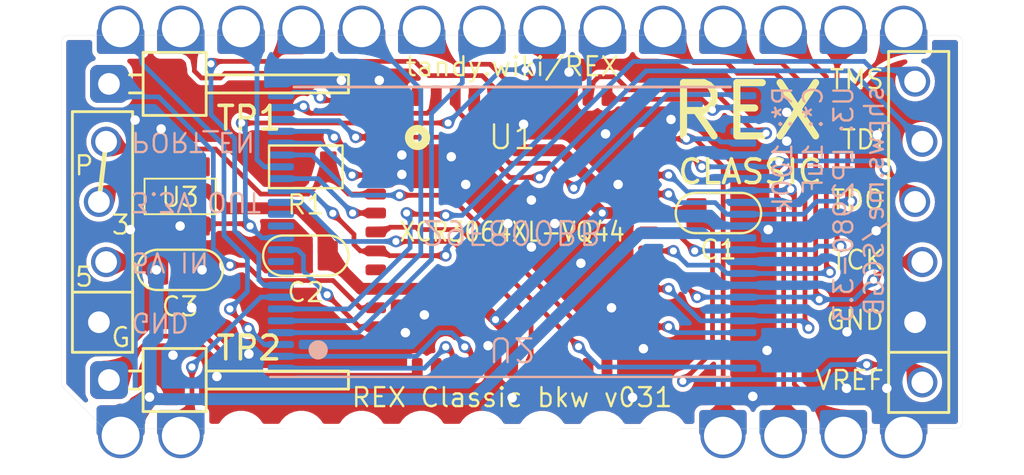
<source format=kicad_pcb>
(kicad_pcb (version 20240108) (generator "pcbnew") (generator_version "8.0")
  (title_block (title "REX Classic bkw") (date "2024-03-23") (rev "031") (company "Brian K. White - b.kenyon.w@gmail.com") (comment 1 "Original design: Steve Adolph"))
  (layers (0 "F.Cu" signal "Top") (31 "B.Cu" signal "Bottom") (34 "B.Paste" user) (35 "F.Paste" user) (36 "B.SilkS" user "B.Silkscreen") (37 "F.SilkS" user "F.Silkscreen") (38 "B.Mask" user) (39 "F.Mask" user) (44 "Edge.Cuts" user))
  (net 0 "")
  (net 1 "GND")
  (net 2 "+3V3")
  (net 3 "/D1{slash}TDO")
  (net 4 "/D6{slash}TCK")
  (net 5 "/A4{slash}TDI")
  (net 6 "/A19{slash}TMS")
  (net 7 "/A5")
  (net 8 "/A6")
  (net 9 "/A18")
  (net 10 "/A17")
  (net 11 "/A8")
  (net 12 "/A16")
  (net 13 "/A9")
  (net 14 "/A10")
  (net 15 "/A11")
  (net 16 "/A12")
  (net 17 "/A13")
  (net 18 "/A14")
  (net 19 "/A15")
  (net 20 "/RY{slash}~{BY}")
  (net 21 "/PORT_EN")
  (net 22 "/~{WE_FLASH}")
  (net 23 "/D2")
  (net 24 "/D0")
  (net 25 "/D7")
  (net 26 "/D5")
  (net 27 "/D4")
  (net 28 "/D3")
  (net 29 "/A7")
  (net 30 "/A0")
  (net 31 "/~{CE_FLASH}")
  (net 32 "/~{CS_BUS}")
  (net 33 "/~{OE_BUS}")
  (net 34 "+5V")
  (net 35 "/~{OE_FLASH}")
  (net 36 "/A1")
  (net 37 "/A3")
  (net 38 "/A2")
  (net 39 "/TP1")
  (net 40 "/TP2")
  (net 47 "/ALE_BUS")
  (footprint "000_LOCAL:VQFP44" (layer "F.Cu") (at 137.2184 99.187)
    (property "Reference" "U1")
    (property "Value" "XCR3064XL-VQ44" (hide yes))
  )
  (footprint "000_LOCAL:R_0805" (layer "F.Cu") (at 128.5184 96.437 180)
    (property "Reference" "R1")
    (property "Value" "100k")
  )
  (footprint "000_LOCAL:C_0805" (layer "F.Cu") (at 145.9184 98.387)
    (property "Reference" "C1")
    (property "Value" "1uF")
  )
  (footprint "000_LOCAL:1x6_pcb_socket" (layer "F.Cu") (at 154.3634 99.187 90)
    (property "Reference" "J2")
    (property "Value" "JTAG")
  )
  (footprint "000_LOCAL:1x1_pin_h" (layer "F.Cu") (at 120.2184 92.937)
    (property "Reference" "TP1")
    (property "Value" "PINHD-1X1")
  )
  (footprint "000_LOCAL:1x4_pcb_socket" (layer "F.Cu") (at 119.9464 99.187 90)
    (property "Reference" "J3")
    (property "Value" "PRG")
  )
  (footprint "000_LOCAL:SOT-23-5" (layer "F.Cu") (at 123.2184 97.687 90)
    (property "Reference" "U3")
    (property "Value" "LP2980-3.3")
  )
  (footprint "000_LOCAL:1x1_pin_h" (layer "F.Cu") (at 120.2184 105.437)
    (property "Reference" "TP2")
    (property "Value" "PINHD-1X1")
  )
  (footprint "000_LOCAL:C_0805" (layer "F.Cu") (at 123.2184 100.787)
    (property "Reference" "C3")
    (property "Value" "1uF")
  )
  (footprint "000_LOCAL:Molex78802_PCB_28_REX" (layer "F.Cu") (at 137.2184 99.187 90)
    (property "Reference" "J1" (hide yes))
    (property "Value" "Tandy_100_102_200_option_rom" (hide yes))
    (fp_line (start 8 -19) (end -6.5 -19) (stroke (width 0.01)) (layer "Edge.Cuts"))
    (fp_line (start -6.5 -19) (end -8.3 -17.2) (stroke (width 0.01)) (layer "Edge.Cuts"))
    (fp_line (start 8.3 18.7) (end 8.3 -18.7) (stroke (width 0.01)) (layer "Edge.Cuts"))
    (fp_line (start -8.3 18.7) (end -8.3 -17.2) (stroke (width 0.01)) (layer "Edge.Cuts"))
    (fp_line (start -8 19) (end 8 19) (stroke (width 0.01)) (layer "Edge.Cuts"))
    (fp_arc (start 8 -19) (mid 8.212132 -18.912132) (end 8.3 -18.7) (stroke (width 0.01)) (layer "Edge.Cuts"))
    (fp_arc (start 8.3 18.7) (mid 8.212132 18.912132) (end 8 19) (stroke (width 0.01)) (layer "Edge.Cuts"))
    (fp_arc (start -8 19) (mid -8.212132 18.912132) (end -8.3 18.7) (stroke (width 0.01)) (layer "Edge.Cuts"))
  )
  (footprint "000_LOCAL:C_0805" (layer "F.Cu") (at 128.5184 100.187 180)
    (property "Reference" "C2")
    (property "Value" "1uF")
  )
  (footprint "000_LOCAL:TSOP-48" (layer "B.Cu") (at 137.2184 99.187)
    (property "Reference" "U2")
    (property "Value" "29F800BB")
  )
  (gr_line (start 120.0988 95.377) (end 119.794 97.917) (stroke (width 0.2)) (layer "F.SilkS"))
  (gr_text "PORT_EN" (at 121.0894 95.377 180) (layer "B.SilkS") (effects (font (size 0.8 0.8) (thickness 0.1)) (justify left mirror)))
  (gr_text "GND" (at 121.0894 102.997 180) (layer "B.SilkS") (effects (font (size 0.8 0.8) (thickness 0.1)) (justify left mirror)))
  (gr_text "5V IN" (at 121.0894 100.457 180) (layer "B.SilkS") (effects (font (size 0.8 0.8) (thickness 0.1)) (justify left mirror)))
  (gr_text "3.3V OUT" (at 121.0894 97.917 180) (layer "B.SilkS") (effects (font (size 0.8 0.8) (thickness 0.1)) (justify left mirror)))
  (gr_text "R*: ${00000000-0000-0000-0000-00005d099a58:VALUE}\nC*: ${00000000-0000-0000-0000-00005d17005c:VALUE}\nU3: ${00000000-0000-0000-0000-00005e3c09df:VALUE}\nshpws.me/SGGB" (at 150.5534 92.964 90) (layer "B.SilkS") (effects (font (size 0.8 0.8) (thickness 0.1)) (justify left mirror)))
  (gr_text "${TITLE} v${REVISION}" (at 137.2184 106.172 0) (layer "F.SilkS") (effects (font (size 0.8 0.8) (thickness 0.1))))
  (gr_text "tandy.wiki/REX" (at 137.2184 92.202 0) (layer "F.SilkS") (effects (font (size 0.8 0.8) (thickness 0.1))))
  (gr_text "TCK" (at 152.9664 100.838 0) (layer "F.SilkS") (effects (font (size 0.8 0.8) (thickness 0.1)) (justify right bottom)))
  (gr_text "TDO" (at 152.9664 98.298 0) (layer "F.SilkS") (effects (font (size 0.8 0.8) (thickness 0.1)) (justify right bottom)))
  (gr_text "GND" (at 152.9664 103.378 0) (layer "F.SilkS") (effects (font (size 0.8 0.8) (thickness 0.1)) (justify right bottom)))
  (gr_text "VREF" (at 152.9664 105.918 0) (layer "F.SilkS") (effects (font (size 0.8 0.8) (thickness 0.1)) (justify right bottom)))
  (gr_text "TMS" (at 152.9664 93.218 0) (layer "F.SilkS") (effects (font (size 0.8 0.8) (thickness 0.1)) (justify right bottom)))
  (gr_text "TDI" (at 152.9664 95.758 0) (layer "F.SilkS") (effects (font (size 0.8 0.8) (thickness 0.1)) (justify right bottom)))
  (gr_text "G" (at 120.7184 103.637 0) (layer "F.SilkS") (effects (font (size 0.8 0.8) (thickness 0.1))))
  (gr_text "CLASSIC" (at 147.2514 96.647 0) (layer "F.SilkS") (effects (font (size 1 1))))
  (gr_text "P" (at 119.1684 96.387 0) (layer "F.SilkS") (effects (font (size 0.8 0.8) (thickness 0.1))))
  (gr_text "REX" (at 147.1244 94.107 0) (layer "F.SilkS") (effects (font (size 2.25 2.25) (thickness 0.3))))
  (gr_text "5" (at 119.1684 101.087 0) (layer "F.SilkS") (effects (font (size 0.8 0.8) (thickness 0.1))))
  (gr_text "3" (at 120.7184 98.887 0) (layer "F.SilkS") (effects (font (size 0.8 0.8) (thickness 0.1))))
  (via (at 152.6184 95.087) (size 0.6) (drill 0.4) (layers "F.Cu" "B.Cu") (net 1))
  (via (at 137.2184 106.187) (size 0.6) (drill 0.4) (layers "F.Cu" "B.Cu") (net 1))
  (via (at 137.701 94.6404) (size 0.6) (drill 0.4) (layers "F.Cu" "B.Cu") (net 1))
  (via (at 121.1184 99.087) (size 0.6) (drill 0.4) (layers "F.Cu" "B.Cu") (net 1))
  (via (at 124.1434 100.787) (size 0.6) (drill 0.4) (layers "F.Cu" "B.Cu") (net 1))
  (via (at 148.7984 94.137) (size 0.6) (drill 0.4) (layers "F.Cu" "B.Cu") (net 1))
  (via (at 137.0406 98.8314) (size 0.6) (drill 0.4) (layers "F.Cu" "B.Cu") (net 1))
  (via (at 138.0312 97.8408) (size 0.6) (drill 0.4) (layers "F.Cu" "B.Cu") (net 1))
  (via (at 148.0184 99.087) (size 0.6) (drill 0.4) (layers "F.Cu" "B.Cu") (net 1))
  (via (at 126.1184 104.337) (size 0.6) (drill 0.4) (layers "F.Cu" "B.Cu") (net 1))
  (via (at 121.318 94.4626) (size 0.6) (drill 0.4) (layers "F.Cu" "B.Cu") (net 1))
  (via (at 133.5184 102.687) (size 0.6) (drill 0.4) (layers "F.Cu" "B.Cu") (net 1))
  (via (at 151.3408 103.4034) (size 0.6) (drill 0.4) (layers "F.Cu" "B.Cu") (net 1))
  (via (at 142.7556 104.1146) (size 0.6) (drill 0.4) (layers "F.Cu" "B.Cu") (net 1))
  (via (at 124.7684 105.287) (size 0.6) (drill 0.4) (layers "F.Cu" "B.Cu") (net 1))
  (via (at 130.0184 92.787) (size 0.6) (drill 0.4) (layers "F.Cu" "B.Cu") (net 1))
  (via (at 141.6888 97.1804) (size 0.6) (drill 0.4) (layers "F.Cu" "B.Cu") (net 1))
  (via (at 136.2024 103.987) (size 0.6) (drill 0.4) (layers "F.Cu" "B.Cu") (net 1))
  (via (at 134.653 96.012) (size 0.6) (drill 0.4) (layers "F.Cu" "B.Cu") (net 1))
  (via (at 123.7056 102.387) (size 0.6) (drill 0.4) (layers "F.Cu" "B.Cu") (net 1))
  (via (at 135.2626 97.1804) (size 0.6) (drill 0.4) (layers "F.Cu" "B.Cu") (net 1))
  (via (at 141.1584 95.047) (size 0.6) (drill 0.4) (layers "F.Cu" "B.Cu") (net 1))
  (via (at 138.0312 99.822) (size 0.6) (drill 0.4) (layers "F.Cu" "B.Cu") (net 1))
  (via (at 122.4184 94.837) (size 0.6) (drill 0.4) (layers "F.Cu" "B.Cu") (net 1))
  (via (at 123.2184 98.937) (size 0.6) (drill 0.4) (layers "F.Cu" "B.Cu") (net 1))
  (via (at 143.9184 94.4372) (size 0.6) (drill 0.4) (layers "F.Cu" "B.Cu") (net 1))
  (via (at 132.7184 103.437) (size 0.6) (drill 0.4) (layers "F.Cu" "B.Cu") (net 1))
  (via (at 139.6184 92.437) (size 0.6) (drill 0.4) (layers "F.Cu" "B.Cu") (net 1))
  (via (at 132.5684 96.757) (size 0.6) (drill 0.4) (layers "F.Cu" "B.Cu") (net 1))
  (via (at 152.5684 99.137) (size 0.6) (drill 0.4) (layers "F.Cu" "B.Cu") (net 1))
  (via (at 141.4094 102.3874) (size 0.6) (drill 0.4) (layers "F.Cu" "B.Cu") (net 1))
  (via (at 148.7984 95.3516) (size 0.6) (drill 0.4) (layers "F.Cu" "B.Cu") (net 1))
  (via (at 151.3184 105.787) (size 0.6) (drill 0.4) (layers "F.Cu" "B.Cu") (net 1))
  (via (at 153.0184 105.787) (size 0.6) (drill 0.4) (layers "F.Cu" "B.Cu") (net 1))
  (via (at 147.9684 104.187) (size 0.6) (drill 0.4) (layers "F.Cu" "B.Cu") (net 1))
  (via (at 132.5684 95.937) (size 0.6) (drill 0.4) (layers "F.Cu" "B.Cu") (net 1))
  (via (at 147.3684 106.127) (size 0.6) (drill 0.4) (layers "F.Cu" "B.Cu") (net 1))
  (via (at 122.9184 104.387) (size 0.6) (drill 0.4) (layers "F.Cu" "B.Cu") (net 1))
  (via (at 131.6184 92.787) (size 0.6) (drill 0.4) (layers "F.Cu" "B.Cu") (net 1))
  (via (at 139.0218 98.8314) (size 0.6) (drill 0.4) (layers "F.Cu" "B.Cu") (net 1))
  (via (at 142.2984 106.172) (size 0.6) (drill 0.4) (layers "F.Cu" "B.Cu") (net 1))
  (via (at 140.1184 100.507) (size 0.6) (drill 0.4) (layers "F.Cu" "B.Cu") (net 1))
  (segment (start 144.9934 98.387) (end 145.6684 99.062) (width 0.2) (layer "F.Cu") (net 2))
  (segment (start 129.2684 100.012) (end 129.4434 100.187) (width 0.5) (layer "F.Cu") (net 2))
  (segment (start 136.5184 102.887) (end 137.2184 103.587) (width 0.5) (layer "F.Cu") (net 2))
  (segment (start 124.3184 97.387) (end 125.1184 98.187) (width 0.5) (layer "F.Cu") (net 2))
  (segment (start 135.2184 101.587) (end 131.4684 101.587) (width 0.5) (layer "F.Cu") (net 2))
  (segment (start 130.8434 101.587) (end 131.4684 101.587) (width 0.5) (layer "F.Cu") (net 2))
  (segment (start 137.2184 103.587) (end 137.2184 104.937) (width 0.5) (layer "F.Cu") (net 2))
  (segment (start 145.6684 104.237) (end 144.4184 105.487) (width 0.2) (layer "F.Cu") (net 2))
  (segment (start 135.6184 93.987) (end 135.6184 93.437) (width 0.5) (layer "F.Cu") (net 2))
  (segment (start 140.5684 97.937) (end 140.5684 97.037) (width 0.5) (layer "F.Cu") (net 2))
  (segment (start 122.2684 96.437) (end 121.9684 96.737) (width 0.2) (layer "F.Cu") (net 2))
  (segment (start 128.2184 98.187) (end 129.2684 99.237) (width 0.5) (layer "F.Cu") (net 2))
  (segment (start 125.1184 98.187) (end 128.2184 98.187) (width 0.5) (layer "F.Cu") (net 2))
  (segment (start 129.2684 99.237) (end 129.2684 100.012) (width 0.5) (layer "F.Cu") (net 2))
  (segment (start 137.3684 95.737) (end 135.6184 93.987) (width 0.5) (layer "F.Cu") (net 2))
  (segment (start 144.9934 98.387) (end 142.9684 98.387) (width 0.5) (layer "F.Cu") (net 2))
  (segment (start 121.9684 96.737) (end 120.974 96.737) (width 0.2) (layer "F.Cu") (net 2))
  (segment (start 141.0184 98.387) (end 142.9684 98.387) (width 0.5) (layer "F.Cu") (net 2))
  (segment (start 139.2684 95.737) (end 137.3684 95.737) (width 0.5) (layer "F.Cu") (net 2))
  (segment (start 136.5184 102.887) (end 135.2184 101.587) (width 0.5) (layer "F.Cu") (net 2))
  (segment (start 129.4434 100.187) (end 130.8434 101.587) (width 0.5) (layer "F.Cu") (net 2))
  (segment (start 140.5684 97.037) (end 139.2684 95.737) (width 0.5) (layer "F.Cu") (net 2))
  (segment (start 122.2684 96.437) (end 123.2184 97.387) (width 0.5) (layer "F.Cu") (net 2))
  (segment (start 153.7658 104.787) (end 154.5158 105.537) (width 0.2) (layer "F.Cu") (net 2))
  (segment (start 141.0184 98.387) (end 140.5684 97.937) (width 0.5) (layer "F.Cu") (net 2))
  (segment (start 152.1684 104.787) (end 153.7658 104.787) (width 0.2) (layer "F.Cu") (net 2))
  (segment (start 123.2184 97.387) (end 124.3184 97.387) (width 0.5) (layer "F.Cu") (net 2))
  (segment (start 120.974 96.737) (end 119.794 97.917) (width 0.2) (layer "F.Cu") (net 2))
  (segment (start 145.6684 99.062) (end 145.6684 104.237) (width 0.2) (layer "F.Cu") (net 2))
  (via (at 136.5184 102.887) (size 0.5) (drill 0.3) (layers "F.Cu" "B.Cu") (net 2))
  (via (at 144.4184 105.487) (size 0.5) (drill 0.3) (layers "F.Cu" "B.Cu") (net 2))
  (via (at 152.1684 104.787) (size 0.5) (drill 0.3) (layers "F.Cu" "B.Cu") (net 2))
  (via (at 141.0184 98.387) (size 0.5) (drill 0.3) (layers "F.Cu" "B.Cu") (net 2))
  (segment (start 150.6684 104.787) (end 150.0384 105.417) (width 0.2) (layer "B.Cu") (net 2))
  (segment (start 136.5184 102.887) (end 141.0184 98.387) (width 0.5) (layer "B.Cu") (net 2))
  (segment (start 150.0384 105.417) (end 144.4884 105.417) (width 0.2) (layer "B.Cu") (net 2))
  (segment (start 144.4884 105.417) (end 144.4184 105.487) (width 0.2) (layer "B.Cu") (net 2))
  (segment (start 152.1684 104.787) (end 150.6684 104.787) (width 0.2) (layer "B.Cu") (net 2))
  (segment (start 148.6684 97.987) (end 148.6684 107.2515) (width 0.2) (layer "F.Cu") (net 3))
  (segment (start 152.9664 96.52) (end 154.211 97.7646) (width 0.2) (layer "F.Cu") (net 3))
  (segment (start 148.4684 96.237) (end 148.3684 96.337) (width 0.2) (layer "F.Cu") (net 3))
  (segment (start 148.6684 107.2515) (end 148.6484 107.2515) (width 0.2) (layer "F.Cu") (net 3))
  (segment (start 145.2184 96.437) (end 144.7684 95.987) (width 0.2) (layer "F.Cu") (net 3))
  (segment (start 148.3684 97.687) (end 148.6684 97.987) (width 0.2) (layer "F.Cu") (net 3))
  (segment (start 144.7684 95.987) (end 142.9684 95.987) (width 0.2) (layer "F.Cu") (net 3))
  (segment (start 154.211 97.7646) (end 154.211 97.917) (width 0.2) (layer "F.Cu") (net 3))
  (segment (start 148.3684 96.337) (end 148.3684 97.687) (width 0.2) (layer "F.Cu") (net 3))
  (via (at 145.2184 96.437) (size 0.5) (drill 0.3) (layers "F.Cu" "B.Cu") (net 3))
  (via (at 152.9664 96.52) (size 0.5) (drill 0.3) (layers "F.Cu" "B.Cu") (net 3))
  (via (at 148.4684 96.237) (size 0.5) (drill 0.3) (layers "F.Cu" "B.Cu") (net 3))
  (segment (start 148.4684 96.237) (end 148.5184 96.187) (width 0.2) (layer "B.Cu") (net 3))
  (segment (start 148.5184 96.187) (end 152.6334 96.187) (width 0.2) (layer "B.Cu") (net 3))
  (segment (start 152.6334 96.187) (end 152.9664 96.52) (width 0.2) (layer "B.Cu") (net 3))
  (segment (start 145.2184 96.437) (end 146.9684 96.437) (width 0.2) (layer "B.Cu") (net 3))
  (segment (start 148.4684 96.237) (end 148.2684 96.437) (width 0.2) (layer "B.Cu") (net 3))
  (segment (start 148.2684 96.437) (end 146.9684 96.437) (width 0.2) (layer "B.Cu") (net 3))
  (segment (start 143.8684 100.787) (end 142.9684 100.787) (width 0.2) (layer "F.Cu") (net 4))
  (segment (start 154.5158 100.457) (end 153.2204 100.457) (width 0.2) (layer "F.Cu") (net 4))
  (segment (start 146.55615 91.1225) (end 146.1084 91.1225) (width 0.2) (layer "F.Cu") (net 4))
  (segment (start 148.5684 92.037) (end 147.47065 92.037) (width 0.2) (layer "F.Cu") (net 4))
  (segment (start 145.0184 101.937) (end 143.8684 100.787) (width 0.2) (layer "F.Cu") (net 4))
  (segment (start 150.1684 102.037) (end 150.0184 101.887) (width 0.2) (layer "F.Cu") (net 4))
  (segment (start 153.2204 100.457) (end 152.4584 101.219) (width 0.2) (layer "F.Cu") (net 4))
  (segment (start 150.0184 93.487) (end 148.5684 92.037) (width 0.2) (layer "F.Cu") (net 4))
  (segment (start 147.47065 92.037) (end 146.55615 91.1225) (width 0.2) (layer "F.Cu") (net 4))
  (segment (start 150.0184 101.887) (end 150.0184 93.487) (width 0.2) (layer "F.Cu") (net 4))
  (via (at 145.0184 101.937) (size 0.5) (drill 0.3) (layers "F.Cu" "B.Cu") (net 4))
  (via (at 150.1684 102.037) (size 0.5) (drill 0.3) (layers "F.Cu" "B.Cu") (net 4))
  (via (at 152.4584 101.219) (size 0.5) (drill 0.3) (layers "F.Cu" "B.Cu") (net 4))
  (segment (start 151.6404 102.037) (end 152.4584 101.219) (width 0.2) (layer "B.Cu") (net 4))
  (segment (start 150.0684 101.937) (end 146.9684 101.937) (width 0.2) (layer "B.Cu") (net 4))
  (segment (start 150.1684 102.037) (end 150.0684 101.937) (width 0.2) (layer "B.Cu") (net 4))
  (segment (start 150.1684 102.037) (end 151.6404 102.037) (width 0.2) (layer "B.Cu") (net 4))
  (segment (start 145.0184 101.937) (end 146.9684 101.937) (width 0.2) (layer "B.Cu") (net 4))
  (segment (start 137.1184 96.887) (end 138.3684 96.887) (width 0.2) (layer "F.Cu") (net 5))
  (segment (start 131.4684 95.187) (end 135.4184 95.187) (width 0.2) (layer "F.Cu") (net 5))
  (segment (start 131.4684 95.187) (end 130.6184 95.187) (width 0.2) (layer "F.Cu") (net 5))
  (segment (start 135.4184 95.187) (end 137.1184 96.887) (width 0.2) (layer "F.Cu") (net 5))
  (via (at 138.3684 96.887) (size 0.5) (drill 0.3) (layers "F.Cu" "B.Cu") (net 5))
  (via (at 130.6184 95.187) (size 0.5) (drill 0.3) (layers "F.Cu" "B.Cu") (net 5))
  (segment (start 138.3684 96.887) (end 142.8684 92.387) (width 0.2) (layer "B.Cu") (net 5))
  (segment (start 151.5258 92.387) (end 154.5158 95.377) (width 0.2) (layer "B.Cu") (net 5))
  (segment (start 129.9184 94.487) (end 127.5184 94.487) (width 0.2) (layer "B.Cu") (net 5))
  (segment (start 127.5184 94.487) (end 127.4684 94.437) (width 0.2) (layer "B.Cu") (net 5))
  (segment (start 130.6184 95.187) (end 129.9184 94.487) (width 0.2) (layer "B.Cu") (net 5))
  (segment (start 142.8684 92.387) (end 151.5258 92.387) (width 0.2) (layer "B.Cu") (net 5))
  (segment (start 132.0434 100.187) (end 131.9684 100.112) (width 0.2) (layer "F.Cu") (net 6))
  (segment (start 129.6584 98.397) (end 130.5484 99.287) (width 0.2) (layer "F.Cu") (net 6))
  (segment (start 131.5934 100.112) (end 131.4684 99.987) (width 0.2) (layer "F.Cu") (net 6))
  (segment (start 130.5484 99.287) (end 130.5484 99.717) (width 0.2) (layer "F.Cu") (net 6))
  (segment (start 130.5484 99.717) (end 130.8184 99.987) (width 0.2) (layer "F.Cu") (net 6))
  (segment (start 131.9684 100.112) (end 131.5934 100.112) (width 0.2) (layer "F.Cu") (net 6))
  (segment (start 134.4184 100.187) (end 132.0434 100.187) (width 0.2) (layer "F.Cu") (net 6))
  (segment (start 130.8184 99.987) (end 131.4684 99.987) (width 0.2) (layer "F.Cu") (net 6))
  (via (at 134.4184 100.187) (size 0.5) (drill 0.3) (layers "F.Cu" "B.Cu") (net 6))
  (via (at 129.6584 98.397) (size 0.5) (drill 0.3) (layers "F.Cu" "B.Cu") (net 6))
  (segment (start 129.6584 98.397) (end 128.6984 97.437) (width 0.2) (layer "B.Cu") (net 6))
  (segment (start 134.4184 100.187) (end 134.4184 99.897) (width 0.2) (layer "B.Cu") (net 6))
  (segment (start 142.3284 91.987) (end 152.0684 91.987) (width 0.2) (layer "B.Cu") (net 6))
  (segment (start 152.0684 91.987) (end 152.4184 92.337) (width 0.2) (layer "B.Cu") (net 6))
  (segment (start 152.4184 92.337) (end 153.711 92.337) (width 0.2) (layer "B.Cu") (net 6))
  (segment (start 153.711 92.337) (end 154.211 92.837) (width 0.2) (layer "B.Cu") (net 6))
  (segment (start 134.4184 99.897) (end 142.3284 91.987) (width 0.2) (layer "B.Cu") (net 6))
  (segment (start 128.6984 97.437) (end 127.4684 97.437) (width 0.2) (layer "B.Cu") (net 6))
  (segment (start 130.5184 95.987) (end 131.4684 95.987) (width 0.2) (layer "F.Cu") (net 7))
  (segment (start 129.7184 95.187) (end 130.5184 95.987) (width 0.2) (layer "F.Cu") (net 7))
  (via (at 129.7184 95.187) (size 0.5) (drill 0.3) (layers "F.Cu" "B.Cu") (net 7))
  (segment (start 129.7184 95.187) (end 129.4684 94.937) (width 0.2) (layer "B.Cu") (net 7))
  (segment (start 129.4684 94.937) (end 127.4684 94.937) (width 0.2) (layer "B.Cu") (net 7))
  (segment (start 130.4684 96.787) (end 131.4684 96.787) (width 0.2) (layer "F.Cu") (net 8))
  (via (at 130.4684 96.787) (size 0.5) (drill 0.3) (layers "F.Cu" "B.Cu") (net 8))
  (segment (start 130.4684 96.787) (end 129.1184 95.437) (width 0.2) (layer "B.Cu") (net 8))
  (segment (start 129.1184 95.437) (end 127.4684 95.437) (width 0.2) (layer "B.Cu") (net 8))
  (segment (start 130.4934 98.387) (end 131.4684 98.387) (width 0.2) (layer "F.Cu") (net 9))
  (via (at 130.4934 98.387) (size 0.5) (drill 0.3) (layers "F.Cu" "B.Cu") (net 9))
  (segment (start 130.4934 98.387) (end 129.0434 96.937) (width 0.2) (layer "B.Cu") (net 9))
  (segment (start 129.0434 96.937) (end 127.4684 96.937) (width 0.2) (layer "B.Cu") (net 9))
  (segment (start 132.0684 98.987) (end 133.1684 98.987) (width 0.2) (layer "F.Cu") (net 10))
  (segment (start 131.5934 99.062) (end 131.9934 99.062) (width 0.2) (layer "F.Cu") (net 10))
  (segment (start 135.0784 99.087) (end 140.0184 104.027) (width 0.2) (layer "F.Cu") (net 10))
  (segment (start 131.4684 99.187) (end 131.5934 99.062) (width 0.2) (layer "F.Cu") (net 10))
  (segment (start 131.9934 99.062) (end 132.0684 98.987) (width 0.2) (layer "F.Cu") (net 10))
  (segment (start 133.2684 99.087) (end 135.0784 99.087) (width 0.2) (layer "F.Cu") (net 10))
  (segment (start 133.1684 98.987) (end 133.2684 99.087) (width 0.2) (layer "F.Cu") (net 10))
  (via (at 140.0184 104.027) (size 0.5) (drill 0.3) (layers "F.Cu" "B.Cu") (net 10))
  (segment (start 140.8784 104.887) (end 140.0184 104.027) (width 0.2) (layer "B.Cu") (net 10))
  (segment (start 146.9684 104.937) (end 146.9184 104.887) (width 0.2) (layer "B.Cu") (net 10))
  (segment (start 146.9184 104.887) (end 140.8784 104.887) (width 0.2) (layer "B.Cu") (net 10))
  (segment (start 126.7684 96.437) (end 127.4684 96.437) (width 0.2) (layer "B.Cu") (net 11))
  (segment (start 125.7884 91.1225) (end 126.3241 91.1225) (width 0.2) (layer "B.Cu") (net 11))
  (segment (start 126.4584 96.127) (end 126.7684 96.437) (width 0.2) (layer "B.Cu") (net 11))
  (segment (start 125.7884 90.6318) (end 125.7884 91.1225) (width 0.2) (layer "B.Cu") (net 11))
  (segment (start 126.4584 91.2568) (end 126.4584 96.127) (width 0.2) (layer "B.Cu") (net 11))
  (segment (start 126.3241 91.1225) (end 126.4584 91.2568) (width 0.2) (layer "B.Cu") (net 11))
  (segment (start 134.4184 104.037) (end 134.6884 104.307) (width 0.2) (layer "F.Cu") (net 12))
  (segment (start 134.6884 104.807) (end 134.8184 104.937) (width 0.2) (layer "F.Cu") (net 12))
  (segment (start 134.6884 104.307) (end 134.6884 104.807) (width 0.2) (layer "F.Cu") (net 12))
  (via (at 134.4184 104.037) (size 0.5) (drill 0.3) (layers "F.Cu" "B.Cu") (net 12))
  (segment (start 134.4184 104.037) (end 133.5184 104.937) (width 0.2) (layer "B.Cu") (net 12))
  (segment (start 133.5184 104.937) (end 127.4684 104.937) (width 0.2) (layer "B.Cu") (net 12))
  (segment (start 127.8829 91.1225) (end 128.3284 91.1225) (width 0.2) (layer "F.Cu") (net 13))
  (segment (start 124.6184 91.987) (end 127.0184 91.987) (width 0.2) (layer "F.Cu") (net 13))
  (segment (start 127.0184 91.987) (end 127.8829 91.1225) (width 0.2) (layer "F.Cu") (net 13))
  (segment (start 124.5184 92.087) (end 124.6184 91.987) (width 0.2) (layer "F.Cu") (net 13))
  (via (at 124.5184 92.087) (size 0.5) (drill 0.3) (layers "F.Cu" "B.Cu") (net 13))
  (segment (start 124.5184 92.087) (end 124.5184 94.237) (width 0.2) (layer "B.Cu") (net 13))
  (segment (start 125.5184 99.137) (end 126.5384 100.157) (width 0.2) (layer "B.Cu") (net 13))
  (segment (start 125.5184 95.237) (end 125.5184 99.137) (width 0.2) (layer "B.Cu") (net 13))
  (segment (start 126.5384 101.207) (end 126.7684 101.437) (width 0.2) (layer "B.Cu") (net 13))
  (segment (start 126.7684 101.437) (end 127.4684 101.437) (width 0.2) (layer "B.Cu") (net 13))
  (segment (start 124.5184 94.237) (end 125.5184 95.237) (width 0.2) (layer "B.Cu") (net 13))
  (segment (start 126.5384 100.157) (end 126.5384 101.207) (width 0.2) (layer "B.Cu") (net 13))
  (segment (start 123.7184 106.7815) (end 123.2484 107.2515) (width 0.2) (layer "F.Cu") (net 14))
  (segment (start 123.7184 104.887) (end 123.7184 106.7815) (width 0.2) (layer "F.Cu") (net 14))
  (via (at 123.7184 104.887) (size 0.5) (drill 0.3) (layers "F.Cu" "B.Cu") (net 14))
  (segment (start 126.6184 101.937) (end 127.4684 101.937) (width 0.2) (layer "B.Cu") (net 14))
  (segment (start 123.7184 104.837) (end 126.6184 101.937) (width 0.2) (layer "B.Cu") (net 14))
  (segment (start 123.7184 104.887) (end 123.7184 104.837) (width 0.2) (layer "B.Cu") (net 14))
  (segment (start 134.3684 98.437) (end 132.8184 98.437) (width 0.2) (layer "F.Cu") (net 15))
  (segment (start 134.4184 98.487) (end 134.3684 98.437) (width 0.2) (layer "F.Cu") (net 15))
  (segment (start 132.8184 98.437) (end 132.7684 98.387) (width 0.2) (layer "F.Cu") (net 15))
  (via (at 134.4184 98.487) (size 0.5) (drill 0.3) (layers "F.Cu" "B.Cu") (net 15))
  (via (at 132.7684 98.387) (size 0.5) (drill 0.3) (layers "F.Cu" "B.Cu") (net 15))
  (segment (start 135.1084 98.487) (end 140.4684 93.127) (width 0.2) (layer "B.Cu") (net 15))
  (segment (start 132.9184 98.537) (end 132.9184 99.847) (width 0.2) (layer "B.Cu") (net 15))
  (segment (start 134.4184 98.487) (end 135.1084 98.487) (width 0.2) (layer "B.Cu") (net 15))
  (segment (start 132.7684 98.387) (end 132.9184 98.537) (width 0.2) (layer "B.Cu") (net 15))
  (segment (start 132.9184 99.847) (end 130.3284 102.437) (width 0.2) (layer "B.Cu") (net 15))
  (segment (start 130.3284 102.437) (end 127.4684 102.437) (width 0.2) (layer "B.Cu") (net 15))
  (segment (start 140.4684 91.6825) (end 141.0284 91.1225) (width 0.2) (layer "B.Cu") (net 15))
  (segment (start 140.4684 93.127) (end 140.4684 91.6825) (width 0.2) (layer "B.Cu") (net 15))
  (segment (start 127.4684 102.937) (end 130.5284 102.937) (width 0.2) (layer "B.Cu") (net 16))
  (segment (start 133.3684 100.097) (end 133.3684 93.167) (width 0.2) (layer "B.Cu") (net 16))
  (segment (start 130.5284 102.937) (end 133.3684 100.097) (width 0.2) (layer "B.Cu") (net 16))
  (segment (start 131.3239 91.1225) (end 130.8684 91.1225) (width 0.2) (layer "B.Cu") (net 16))
  (segment (start 133.3684 93.167) (end 131.3239 91.1225) (width 0.2) (layer "B.Cu") (net 16))
  (segment (start 130.7284 103.437) (end 133.8184 100.347) (width 0.2) (layer "B.Cu") (net 17))
  (segment (start 135.1184 91.9525) (end 135.9484 91.1225) (width 0.2) (layer "B.Cu") (net 17))
  (segment (start 135.1184 92.887) (end 135.1184 91.9525) (width 0.2) (layer "B.Cu") (net 17))
  (segment (start 133.8184 100.347) (end 133.8184 94.187) (width 0.2) (layer "B.Cu") (net 17))
  (segment (start 127.4684 103.437) (end 130.7284 103.437) (width 0.2) (layer "B.Cu") (net 17))
  (segment (start 133.8184 94.187) (end 135.1184 92.887) (width 0.2) (layer "B.Cu") (net 17))
  (segment (start 125.3184 102.487) (end 125.3184 102.437) (width 0.2) (layer "F.Cu") (net 18))
  (segment (start 126.0934 103.262) (end 125.3184 102.487) (width 0.2) (layer "F.Cu") (net 18))
  (via (at 125.3184 102.437) (size 0.5) (drill 0.3) (layers "F.Cu" "B.Cu") (net 18))
  (via (at 126.0934 103.262) (size 0.5) (drill 0.3) (layers "F.Cu" "B.Cu") (net 18))
  (segment (start 126.7684 103.937) (end 127.4684 103.937) (width 0.2) (layer "B.Cu") (net 18))
  (segment (start 125.0684 99.337) (end 125.0684 95.537) (width 0.2) (layer "B.Cu") (net 18))
  (segment (start 125.0684 95.537) (end 121.6184 92.087) (width 0.2) (layer "B.Cu") (net 18))
  (segment (start 126.0584 100.327) (end 125.0684 99.337) (width 0.2) (layer "B.Cu") (net 18))
  (segment (start 126.0584 101.697) (end 126.0584 100.327) (width 0.2) (layer "B.Cu") (net 18))
  (segment (start 121.6184 91.58475) (end 121.15615 91.1225) (width 0.2) (layer "B.Cu") (net 18))
  (segment (start 125.3184 102.437) (end 126.0584 101.697) (width 0.2) (layer "B.Cu") (net 18))
  (segment (start 121.15615 91.1225) (end 120.7084 91.1225) (width 0.2) (layer "B.Cu") (net 18))
  (segment (start 121.6184 92.087) (end 121.6184 91.58475) (width 0.2) (layer "B.Cu") (net 18))
  (segment (start 126.0934 103.262) (end 126.7684 103.937) (width 0.2) (layer "B.Cu") (net 18))
  (segment (start 135.4884 104.807) (end 135.6184 104.937) (width 0.2) (layer "F.Cu") (net 19))
  (segment (start 135.4884 104.307) (end 135.4884 104.807) (width 0.2) (layer "F.Cu") (net 19))
  (segment (start 135.2184 104.037) (end 135.4884 104.307) (width 0.2) (layer "F.Cu") (net 19))
  (via (at 135.2184 104.037) (size 0.5) (drill 0.3) (layers "F.Cu" "B.Cu") (net 19))
  (segment (start 134.6684 103.437) (end 134.1784 103.437) (width 0.2) (layer "B.Cu") (net 19))
  (segment (start 135.2184 104.037) (end 135.2184 103.987) (width 0.2) (layer "B.Cu") (net 19))
  (segment (start 133.1784 104.437) (end 127.4684 104.437) (width 0.2) (layer "B.Cu") (net 19))
  (segment (start 135.2184 103.987) (end 134.6684 103.437) (width 0.2) (layer "B.Cu") (net 19))
  (segment (start 134.1784 103.437) (end 133.1784 104.437) (width 0.2) (layer "B.Cu") (net 19))
  (segment (start 132.3184 99.587) (end 134.7234 99.587) (width 0.2) (layer "F.Cu") (net 20))
  (segment (start 134.7234 99.587) (end 138.0184 102.882) (width 0.2) (layer "F.Cu") (net 20))
  (segment (start 138.0184 102.882) (end 138.0184 104.937) (width 0.2) (layer "F.Cu") (net 20))
  (via (at 132.3184 99.587) (size 0.5) (drill 0.3) (layers "F.Cu" "B.Cu") (net 20))
  (segment (start 129.9684 99.587) (end 128.3184 97.937) (width 0.2) (layer "B.Cu") (net 20))
  (segment (start 132.3184 99.587) (end 129.9684 99.587) (width 0.2) (layer "B.Cu") (net 20))
  (segment (start 128.3184 97.937) (end 127.4684 97.937) (width 0.2) (layer "B.Cu") (net 20))
  (segment (start 130.3184 97.587) (end 129.4684 96.737) (width 0.2) (layer "F.Cu") (net 21))
  (segment (start 131.4684 97.587) (end 130.3184 97.587) (width 0.2) (layer "F.Cu") (net 21))
  (segment (start 120.4088 95.687) (end 124.7184 95.687) (width 0.2) (layer "F.Cu") (net 21))
  (segment (start 129.4684 96.737) (end 129.4684 96.437) (width 0.2) (layer "F.Cu") (net 21))
  (segment (start 126.6184 97.587) (end 128.6184 97.587) (width 0.2) (layer "F.Cu") (net 21))
  (segment (start 128.6184 97.587) (end 129.4684 96.737) (width 0.2) (layer "F.Cu") (net 21))
  (segment (start 120.0988 95.377) (end 120.4088 95.687) (width 0.2) (layer "F.Cu") (net 21))
  (segment (start 124.7184 95.687) (end 126.6184 97.587) (width 0.2) (layer "F.Cu") (net 21))
  (segment (start 129.4184 101.837) (end 130.7684 103.187) (width 0.2) (layer "F.Cu") (net 22))
  (segment (start 130.7684 103.187) (end 131.4684 103.187) (width 0.2) (layer "F.Cu") (net 22))
  (via (at 129.4184 101.837) (size 0.5) (drill 0.3) (layers "F.Cu" "B.Cu") (net 22))
  (segment (start 128.4184 100.837) (end 128.4184 100.187) (width 0.2) (layer "B.Cu") (net 22))
  (segment (start 128.4184 100.187) (end 128.1684 99.937) (width 0.2) (layer "B.Cu") (net 22))
  (segment (start 128.1684 99.937) (end 127.4684 99.937) (width 0.2) (layer "B.Cu") (net 22))
  (segment (start 129.4184 101.837) (end 128.4184 100.837) (width 0.2) (layer "B.Cu") (net 22))
  (segment (start 148.9684 97.387) (end 149.1184 97.537) (width 0.2) (layer "F.Cu") (net 23))
  (segment (start 149.1184 105.617) (end 150.7529 107.2515) (width 0.2) (layer "F.Cu") (net 23))
  (segment (start 149.1184 97.537) (end 149.1184 105.617) (width 0.2) (layer "F.Cu") (net 23))
  (segment (start 150.7529 107.2515) (end 151.1884 107.2515) (width 0.2) (layer "F.Cu") (net 23))
  (segment (start 143.8184 96.787) (end 142.9684 96.787) (width 0.2) (layer "F.Cu") (net 23))
  (via (at 143.8184 96.787) (size 0.5) (drill 0.3) (layers "F.Cu" "B.Cu") (net 23))
  (via (at 148.9684 97.387) (size 0.5) (drill 0.3) (layers "F.Cu" "B.Cu") (net 23))
  (segment (start 148.9184 97.437) (end 146.9684 97.437) (width 0.2) (layer "B.Cu") (net 23))
  (segment (start 146.9184 97.487) (end 146.9684 97.437) (width 0.2) (layer "B.Cu") (net 23))
  (segment (start 144.5934 97.487) (end 146.9184 97.487) (width 0.2) (layer "B.Cu") (net 23))
  (segment (start 143.8934 96.787) (end 144.5934 97.487) (width 0.2) (layer "B.Cu") (net 23))
  (segment (start 148.9684 97.387) (end 148.9184 97.437) (width 0.2) (layer "B.Cu") (net 23))
  (segment (start 143.8184 96.787) (end 143.8934 96.787) (width 0.2) (layer "B.Cu") (net 23))
  (segment (start 146.1184 96.437) (end 146.1184 107.2415) (width 0.2) (layer "F.Cu") (net 24))
  (segment (start 144.5684 95.257) (end 144.9384 95.257) (width 0.2) (layer "F.Cu") (net 24))
  (segment (start 144.9384 95.257) (end 146.1184 96.437) (width 0.2) (layer "F.Cu") (net 24))
  (segment (start 143.0384 95.257) (end 142.9684 95.187) (width 0.2) (layer "F.Cu") (net 24))
  (segment (start 146.1184 107.2415) (end 146.1084 107.2515) (width 0.2) (layer "F.Cu") (net 24))
  (segment (start 144.5684 95.257) (end 143.0384 95.257) (width 0.2) (layer "F.Cu") (net 24))
  (via (at 144.5684 95.257) (size 0.5) (drill 0.3) (layers "F.Cu" "B.Cu") (net 24))
  (segment (start 146.0184 95.387) (end 146.9184 95.387) (width 0.2) (layer "B.Cu") (net 24))
  (segment (start 146.9184 95.387) (end 146.9684 95.437) (width 0.2) (layer "B.Cu") (net 24))
  (segment (start 144.5684 95.257) (end 145.8884 95.257) (width 0.2) (layer "B.Cu") (net 24))
  (segment (start 145.8884 95.257) (end 146.0184 95.387) (width 0.2) (layer "B.Cu") (net 24))
  (segment (start 149.5684 103.087) (end 149.5684 93.737) (width 0.2) (layer "F.Cu") (net 25))
  (segment (start 146.2684 92.037) (end 144.8684 92.037) (width 0.2) (layer "F.Cu") (net 25))
  (segment (start 149.5684 93.737) (end 148.3184 92.487) (width 0.2) (layer "F.Cu") (net 25))
  (segment (start 149.7184 103.237) (end 149.5684 103.087) (width 0.2) (layer "F.Cu") (net 25))
  (segment (start 144.8684 92.037) (end 143.9539 91.1225) (width 0.2) (layer "F.Cu") (net 25))
  (segment (start 143.8184 101.587) (end 142.9684 101.587) (width 0.2) (layer "F.Cu") (net 25))
  (segment (start 146.7184 92.487) (end 146.2684 92.037) (width 0.2) (layer "F.Cu") (net 25))
  (segment (start 148.3184 92.487) (end 146.7184 92.487) (width 0.2) (layer "F.Cu") (net 25))
  (segment (start 143.9539 91.1225) (end 143.5684 91.1225) (width 0.2) (layer "F.Cu") (net 25))
  (via (at 149.7184 103.237) (size 0.5) (drill 0.3) (layers "F.Cu" "B.Cu") (net 25))
  (via (at 143.8184 101.587) (size 0.5) (drill 0.3) (layers "F.Cu" "B.Cu") (net 25))
  (segment (start 143.8184 101.587) (end 145.1684 102.937) (width 0.2) (layer "B.Cu") (net 25))
  (segment (start 145.1684 102.937) (end 146.9684 102.937) (width 0.2) (layer "B.Cu") (net 25))
  (segment (start 149.7184 103.237) (end 149.4184 102.937) (width 0.2) (layer "B.Cu") (net 25))
  (segment (start 149.4184 102.937) (end 146.9684 102.937) (width 0.2) (layer "B.Cu") (net 25))
  (segment (start 144.0184 99.987) (end 142.9684 99.987) (width 0.2) (layer "F.Cu") (net 26))
  (segment (start 150.4684 100.737) (end 150.4684 92.637) (width 0.2) (layer "F.Cu") (net 26))
  (segment (start 150.4684 92.637) (end 148.9539 91.1225) (width 0.2) (layer "F.Cu") (net 26))
  (segment (start 148.9539 91.1225) (end 148.6484 91.1225) (width 0.2) (layer "F.Cu") (net 26))
  (segment (start 150.6184 100.887) (end 150.4684 100.737) (width 0.2) (layer "F.Cu") (net 26))
  (via (at 144.0184 99.987) (size 0.5) (drill 0.3) (layers "F.Cu" "B.Cu") (net 26))
  (via (at 150.6184 100.887) (size 0.5) (drill 0.3) (layers "F.Cu" "B.Cu") (net 26))
  (segment (start 144.6184 100.587) (end 145.9184 100.587) (width 0.2) (layer "B.Cu") (net 26))
  (segment (start 146.2684 100.937) (end 146.9684 100.937) (width 0.2) (layer "B.Cu") (net 26))
  (segment (start 145.9184 100.587) (end 146.2684 100.937) (width 0.2) (layer "B.Cu") (net 26))
  (segment (start 150.6184 100.887) (end 150.5684 100.937) (width 0.2) (layer "B.Cu") (net 26))
  (segment (start 150.5684 100.937) (end 146.9684 100.937) (width 0.2) (layer "B.Cu") (net 26))
  (segment (start 144.0184 99.987) (end 144.6184 100.587) (width 0.2) (layer "B.Cu") (net 26))
  (segment (start 151.0684 99.787) (end 150.9184 99.637) (width 0.2) (layer "F.Cu") (net 27))
  (segment (start 144.2484 99.317) (end 143.0984 99.317) (width 0.2) (layer "F.Cu") (net 27))
  (segment (start 144.9184 99.987) (end 144.2484 99.317) (width 0.2) (layer "F.Cu") (net 27))
  (segment (start 143.0984 99.317) (end 142.9684 99.187) (width 0.2) (layer "F.Cu") (net 27))
  (segment (start 150.9184 99.637) (end 150.9184 91.3925) (width 0.2) (layer "F.Cu") (net 27))
  (segment (start 150.9184 91.3925) (end 151.1884 91.1225) (width 0.2) (layer "F.Cu") (net 27))
  (via (at 151.0684 99.787) (size 0.5) (drill 0.3) (layers "F.Cu" "B.Cu") (net 27))
  (via (at 144.9184 99.987) (size 0.5) (drill 0.3) (layers "F.Cu" "B.Cu") (net 27))
  (segment (start 150.1184 99.787) (end 149.9684 99.937) (width 0.2) (layer "B.Cu") (net 27))
  (segment (start 146.9184 99.987) (end 146.9684 99.937) (width 0.2) (layer "B.Cu") (net 27))
  (segment (start 144.9184 99.987) (end 146.9184 99.987) (width 0.2) (layer "B.Cu") (net 27))
  (segment (start 149.9684 99.937) (end 146.9684 99.937) (width 0.2) (layer "B.Cu") (net 27))
  (segment (start 151.0684 99.787) (end 150.1184 99.787) (width 0.2) (layer "B.Cu") (net 27))
  (segment (start 151.3684 93.287) (end 153.5329 91.1225) (width 0.2) (layer "F.Cu") (net 28))
  (segment (start 151.3684 97.737) (end 151.3684 93.287) (width 0.2) (layer "F.Cu") (net 28))
  (segment (start 143.8184 97.587) (end 142.9684 97.587) (width 0.2) (layer "F.Cu") (net 28))
  (segment (start 151.5184 97.887) (end 151.3684 97.737) (width 0.2) (layer "F.Cu") (net 28))
  (segment (start 153.5329 91.1225) (end 153.7284 91.1225) (width 0.2) (layer "F.Cu") (net 28))
  (via (at 143.8184 97.587) (size 0.5) (drill 0.3) (layers "F.Cu" "B.Cu") (net 28))
  (via (at 151.5184 97.887) (size 0.5) (drill 0.3) (layers "F.Cu" "B.Cu") (net 28))
  (segment (start 143.8184 97.587) (end 144.1784 97.947) (width 0.2) (layer "B.Cu") (net 28))
  (segment (start 146.2684 98.437) (end 146.9684 98.437) (width 0.2) (layer "B.Cu") (net 28))
  (segment (start 144.1784 97.947) (end 145.7784 97.947) (width 0.2) (layer "B.Cu") (net 28))
  (segment (start 145.7784 97.947) (end 146.2684 98.437) (width 0.2) (layer "B.Cu") (net 28))
  (segment (start 149.5184 98.437) (end 146.9684 98.437) (width 0.2) (layer "B.Cu") (net 28))
  (segment (start 150.0684 97.887) (end 149.5184 98.437) (width 0.2) (layer "B.Cu") (net 28))
  (segment (start 151.5184 97.887) (end 150.0684 97.887) (width 0.2) (layer "B.Cu") (net 28))
  (segment (start 132.4684 97.637) (end 134.5484 97.637) (width 0.2) (layer "F.Cu") (net 29))
  (segment (start 141.0884 104.177) (end 141.0884 104.807) (width 0.2) (layer "F.Cu") (net 29))
  (segment (start 134.5484 97.637) (end 141.0884 104.177) (width 0.2) (layer "F.Cu") (net 29))
  (segment (start 141.0884 104.807) (end 141.2184 104.937) (width 0.2) (layer "F.Cu") (net 29))
  (via (at 132.4684 97.637) (size 0.5) (drill 0.3) (layers "F.Cu" "B.Cu") (net 29))
  (segment (start 128.7684 95.937) (end 127.4684 95.937) (width 0.2) (layer "B.Cu") (net 29))
  (segment (start 132.4684 97.637) (end 130.4684 97.637) (width 0.2) (layer "B.Cu") (net 29))
  (segment (start 130.4684 97.637) (end 128.7684 95.937) (width 0.2) (layer "B.Cu") (net 29))
  (segment (start 143.8184 103.187) (end 142.9684 103.187) (width 0.2) (layer "F.Cu") (net 30))
  (via (at 143.8184 103.187) (size 0.5) (drill 0.3) (layers "F.Cu" "B.Cu") (net 30))
  (segment (start 143.8184 103.187) (end 144.0684 103.437) (width 0.2) (layer "B.Cu") (net 30))
  (segment (start 144.0684 103.437) (end 146.9684 103.437) (width 0.2) (layer "B.Cu") (net 30))
  (segment (start 141.2184 93.587) (end 141.2184 93.437) (width 0.2) (layer "F.Cu") (net 31))
  (segment (start 145.2184 93.587) (end 141.2184 93.587) (width 0.2) (layer "F.Cu") (net 31))
  (segment (start 145.6684 94.037) (end 145.2184 93.587) (width 0.2) (layer "F.Cu") (net 31))
  (via (at 145.6684 94.037) (size 0.5) (drill 0.3) (layers "F.Cu" "B.Cu") (net 31))
  (segment (start 145.6684 94.037) (end 145.7684 93.937) (width 0.2) (layer "B.Cu") (net 31))
  (segment (start 145.7684 93.937) (end 146.9684 93.937) (width 0.2) (layer "B.Cu") (net 31))
  (segment (start 127.6684 91.987) (end 127.1684 92.487) (width 0.2) (layer "F.Cu") (net 32))
  (segment (start 125.1184 92.487) (end 124.9184 92.687) (width 0.2) (layer "F.Cu") (net 32))
  (segment (start 124.9184 92.687) (end 124.1184 92.687) (width 0.2) (layer "F.Cu") (net 32))
  (segment (start 123.8184 91.1225) (end 123.2484 91.1225) (width 0.2) (layer "F.Cu") (net 32))
  (segment (start 124.1184 92.687) (end 123.8184 92.387) (width 0.2) (layer "F.Cu") (net 32))
  (segment (start 136.4184 93.437) (end 136.4184 93.057) (width 0.2) (layer "F.Cu") (net 32))
  (segment (start 127.1684 92.487) (end 125.1184 92.487) (width 0.2) (layer "F.Cu") (net 32))
  (segment (start 123.8184 92.387) (end 123.8184 91.1225) (width 0.2) (layer "F.Cu") (net 32))
  (segment (start 135.9484 92.587) (end 133.7184 92.587) (width 0.2) (layer "F.Cu") (net 32))
  (segment (start 133.1184 91.987) (end 127.6684 91.987) (width 0.2) (layer "F.Cu") (net 32))
  (segment (start 136.4184 93.057) (end 135.9484 92.587) (width 0.2) (layer "F.Cu") (net 32))
  (segment (start 133.7184 92.587) (end 133.1184 91.987) (width 0.2) (layer "F.Cu") (net 32))
  (segment (start 138.8184 91.4525) (end 138.4884 91.1225) (width 0.2) (layer "F.Cu") (net 33))
  (segment (start 138.8184 93.437) (end 138.8184 91.4525) (width 0.2) (layer "F.Cu") (net 33))
  (segment (start 137.7684 92.337) (end 138.0184 92.587) (width 0.2) (layer "F.Cu") (net 34))
  (segment (start 122.4684 98.237) (end 122.7184 97.987) (width 0.2) (layer "F.Cu") (net 34))
  (segment (start 121.8884 100.457) (end 120.0988 100.457) (width 0.5) (layer "F.Cu") (net 34))
  (segment (start 122.7184 97.987) (end 123.7184 97.987) (width 0.2) (layer "F.Cu") (net 34))
  (segment (start 122.2184 100.787) (end 121.8884 100.457) (width 0.5) (layer "F.Cu") (net 34))
  (segment (start 123.9684 98.737) (end 124.1684 98.937) (width 0.2) (layer "F.Cu") (net 34))
  (segment (start 122.2684 98.937) (end 122.4684 98.737) (width 0.2) (layer "F.Cu") (net 34))
  (segment (start 126.0684 98.837) (end 124.2684 98.837) (width 0.2) (layer "F.Cu") (net 34))
  (segment (start 122.2184 100.787) (end 122.2684 100.737) (width 0.6) (layer "F.Cu") (net 34))
  (segment (start 123.7184 97.987) (end 123.9684 98.237) (width 0.2) (layer "F.Cu") (net 34))
  (segment (start 125.8184 94.587) (end 134.5184 94.587) (width 0.2) (layer "F.Cu") (net 34))
  (segment (start 122.4684 98.737) (end 122.4684 98.237) (width 0.2) (layer "F.Cu") (net 34))
  (segment (start 120.9228 107.1626) (end 120.7084 107.1626) (width 0.6) (layer "F.Cu") (net 34))
  (segment (start 138.0184 92.587) (end 138.0184 93.437) (width 0.2) (layer "F.Cu") (net 34))
  (segment (start 124.2684 98.837) (end 124.1684 98.937) (width 0.2) (layer "F.Cu") (net 34))
  (segment (start 123.9684 98.237) (end 123.9684 98.737) (width 0.2) (layer "F.Cu") (net 34))
  (segment (start 121.9284 106.157) (end 120.9228 107.1626) (width 0.8) (layer "F.Cu") (net 34))
  (segment (start 126.1684 98.937) (end 126.0684 98.837) (width 0.2) (layer "F.Cu") (net 34))
  (segment (start 122.2684 100.737) (end 122.2684 98.937) (width 0.6) (layer "F.Cu") (net 34))
  (via (at 121.9284 106.157) (size 0.6) (drill 0.4) (layers "F.Cu" "B.Cu") (net 34))
  (via (at 126.1684 98.937) (size 0.5) (drill 0.3) (layers "F.Cu" "B.Cu") (net 34))
  (via (at 122.2184 100.787) (size 0.8) (drill 0.4) (layers "F.Cu" "B.Cu") (net 34))
  (via (at 125.8184 94.587) (size 0.5) (drill 0.3) (layers "F.Cu" "B.Cu") (net 34))
  (via (at 137.7684 92.337) (size 0.5) (drill 0.3) (layers "F.Cu" "B.Cu") (net 34))
  (via (at 134.5184 94.587) (size 0.5) (drill 0.3) (layers "F.Cu" "B.Cu") (net 34))
  (segment (start 145.3184 99.337) (end 145.2184 99.237) (width 0.5) (layer "B.Cu") (net 34))
  (segment (start 132.1184 106.247) (end 122.0184 106.247) (width 0.5) (layer "B.Cu") (net 34))
  (segment (start 121.9284 103.877) (end 121.9284 106.157) (width 0.6) (layer "B.Cu") (net 34))
  (segment (start 121.9284 106.157) (end 120.9228 107.1626) (width 0.8) (layer "B.Cu") (net 34))
  (segment (start 125.9684 98.737) (end 125.9684 94.737) (width 0.2) (layer "B.Cu") (net 34))
  (segment (start 125.9684 94.737) (end 125.8184 94.587) (width 0.2) (layer "B.Cu") (net 34))
  (segment (start 145.2184 99.237) (end 142.6184 99.237) (width 0.5) (layer "B.Cu") (net 34))
  (segment (start 135.6084 106.247) (end 132.1184 106.247) (width 0.5) (layer "B.Cu") (net 34))
  (segment (start 126.6684 99.437) (end 127.4684 99.437) (width 0.2) (layer "B.Cu") (net 34))
  (segment (start 122.0184 106.247) (end 121.9284 106.157) (width 0.5) (layer "B.Cu") (net 34))
  (segment (start 126.1684 98.937) (end 125.9684 98.737) (width 0.2) (layer "B.Cu") (net 34))
  (segment (start 142.6184 99.237) (end 135.6084 106.247) (width 0.5) (layer "B.Cu") (net 34))
  (segment (start 145.4184 99.437) (end 146.9684 99.437) (width 0.3) (layer "B.Cu") (net 34))
  (segment (start 137.7684 92.337) (end 136.7684 92.337) (width 0.2) (layer "B.Cu") (net 34))
  (segment (start 136.7684 92.337) (end 134.5184 94.587) (width 0.2) (layer "B.Cu") (net 34))
  (segment (start 126.1684 98.937) (end 126.6684 99.437) (width 0.2) (layer "B.Cu") (net 34))
  (segment (start 122.2184 100.787) (end 122.2184 103.587) (width 0.6) (layer "B.Cu") (net 34))
  (segment (start 120.9228 107.1626) (end 120.7084 107.1626) (width 0.6) (layer "B.Cu") (net 34))
  (segment (start 145.3184 99.337) (end 145.4184 99.437) (width 0.3) (layer "B.Cu") (net 34))
  (segment (start 122.2184 103.587) (end 121.9284 103.877) (width 0.6) (layer "B.Cu") (net 34))
  (segment (start 147.9284 95.017) (end 147.7984 94.887) (width 0.2) (layer "F.Cu") (net 35))
  (segment (start 140.5484 93.307) (end 140.4184 93.437) (width 0.2) (layer "F.Cu") (net 35))
  (segment (start 140.5484 92.957) (end 140.5484 93.307) (width 0.2) (layer "F.Cu") (net 35))
  (segment (start 141.5684 92.637) (end 140.8684 92.637) (width 0.2) (layer "F.Cu") (net 35))
  (segment (start 147.7984 94.887) (end 147.3684 94.887) (width 0.2) (layer "F.Cu") (net 35))
  (segment (start 140.8684 92.637) (end 140.5484 92.957) (width 0.2) (layer "F.Cu") (net 35))
  (segment (start 145.6684 93.187) (end 142.1184 93.187) (width 0.2) (layer "F.Cu") (net 35))
  (segment (start 142.1184 93.187) (end 141.5684 92.637) (width 0.2) (layer "F.Cu") (net 35))
  (segment (start 147.3684 94.887) (end 145.6684 93.187) (width 0.2) (layer "F.Cu") (net 35))
  (via (at 147.9284 95.017) (size 0.5) (drill 0.3) (layers "F.Cu" "B.Cu") (net 35))
  (segment (start 147.9284 95.017) (end 147.8984 94.987) (width 0.2) (layer "B.Cu") (net 35))
  (segment (start 147.0184 94.987) (end 146.9684 94.937) (width 0.2) (layer "B.Cu") (net 35))
  (segment (start 147.8984 94.987) (end 147.0184 94.987) (width 0.2) (layer "B.Cu") (net 35))
  (segment (start 134.9434 93.562) (end 134.8184 93.437) (width 0.2) (layer "F.Cu") (net 36))
  (segment (start 139.8184 97.337) (end 138.7684 96.287) (width 0.2) (layer "F.Cu") (net 36))
  (segment (start 138.7684 96.287) (end 137.1184 96.287) (width 0.2) (layer "F.Cu") (net 36))
  (segment (start 134.9434 94.112) (end 134.9434 93.562) (width 0.2) (layer "F.Cu") (net 36))
  (segment (start 137.1184 96.287) (end 134.9434 94.112) (width 0.2) (layer "F.Cu") (net 36))
  (via (at 139.8184 97.337) (size 0.5) (drill 0.3) (layers "F.Cu" "B.Cu") (net 36))
  (segment (start 143.7684 93.387) (end 146.9184 93.387) (width 0.2) (layer "B.Cu") (net 36))
  (segment (start 146.9184 93.387) (end 146.9684 93.437) (width 0.2) (layer "B.Cu") (net 36))
  (segment (start 139.8184 97.337) (end 143.7684 93.387) (width 0.2) (layer "B.Cu") (net 36))
  (segment (start 133.8884 93.567) (end 134.0184 93.437) (width 0.2) (layer "F.Cu") (net 37))
  (segment (start 128.4184 93.887) (end 128.7084 94.177) (width 0.2) (layer "F.Cu") (net 37))
  (segment (start 133.8884 93.927) (end 133.8884 93.567) (width 0.2) (layer "F.Cu") (net 37))
  (segment (start 133.6384 94.177) (end 133.8884 93.927) (width 0.2) (layer "F.Cu") (net 37))
  (segment (start 128.7084 94.177) (end 133.6384 94.177) (width 0.2) (layer "F.Cu") (net 37))
  (via (at 128.4184 93.887) (size 0.5) (drill 0.3) (layers "F.Cu" "B.Cu") (net 37))
  (segment (start 127.5184 93.887) (end 127.4684 93.937) (width 0.2) (layer "B.Cu") (net 37))
  (segment (start 128.4184 93.887) (end 127.5184 93.887) (width 0.2) (layer "B.Cu") (net 37))
  (segment (start 133.2184 93.637) (end 133.2184 93.437) (width 0.2) (layer "F.Cu") (net 38))
  (segment (start 129.1184 93.517) (end 129.2384 93.637) (width 0.2) (layer "F.Cu") (net 38))
  (segment (start 129.2384 93.637) (end 133.2184 93.637) (width 0.2) (layer "F.Cu") (net 38))
  (via (at 129.1184 93.517) (size 0.5) (drill 0.3) (layers "F.Cu" "B.Cu") (net 38))
  (segment (start 128.8884 93.287) (end 128.0184 93.287) (width 0.2) (layer "B.Cu") (net 38))
  (segment (start 127.8684 93.437) (end 127.4684 93.437) (width 0.2) (layer "B.Cu") (net 38))
  (segment (start 129.1184 93.517) (end 128.8884 93.287) (width 0.2) (layer "B.Cu") (net 38))
  (segment (start 128.0184 93.287) (end 127.8684 93.437) (width 0.2) (layer "B.Cu") (net 38))
  (segment (start 130.8184 102.387) (end 131.4684 102.387) (width 0.2) (layer "F.Cu") (net 39))
  (segment (start 126.0184 100.587) (end 126.6684 101.237) (width 0.2) (layer "F.Cu") (net 39))
  (segment (start 125.3184 100.587) (end 126.0184 100.587) (width 0.2) (layer "F.Cu") (net 39))
  (segment (start 129.6684 101.237) (end 130.8184 102.387) (width 0.2) (layer "F.Cu") (net 39))
  (segment (start 126.6684 101.237) (end 129.6684 101.237) (width 0.2) (layer "F.Cu") (net 39))
  (via (at 125.3184 100.587) (size 0.5) (drill 0.3) (layers "F.Cu" "B.Cu") (net 39))
  (segment (start 120.7684 93.487) (end 120.2184 92.937) (width 0.2) (layer "B.Cu") (net 39))
  (segment (start 124.6184 99.887) (end 124.6184 95.787) (width 0.2) (layer "B.Cu") (net 39))
  (segment (start 122.3184 93.487) (end 120.7684 93.487) (width 0.2) (layer "B.Cu") (net 39))
  (segment (start 124.6184 95.787) (end 122.3184 93.487) (width 0.2) (layer "B.Cu") (net 39))
  (segment (start 125.3184 100.587) (end 124.6184 99.887) (width 0.2) (layer "B.Cu") (net 39))
  (segment (start 124.2956 103.587) (end 125.9456 105.237) (width 0.2) (layer "F.Cu") (net 40))
  (segment (start 125.9456 105.237) (end 133.2184 105.237) (width 0.2) (layer "F.Cu") (net 40))
  (segment (start 122.0684 103.587) (end 124.2956 103.587) (width 0.2) (layer "F.Cu") (net 40))
  (segment (start 120.2184 105.437) (end 122.0684 103.587) (width 0.2) (layer "F.Cu") (net 40))
  (segment (start 133.2184 105.237) (end 133.2184 104.937) (width 0.2) (layer "F.Cu") (net 40))
  (segment (start 134.8484 92.107) (end 133.8639 91.1225) (width 0.2) (layer "F.Cu") (net 47))
  (segment (start 133.8639 91.1225) (end 133.4084 91.1225) (width 0.2) (layer "F.Cu") (net 47))
  (segment (start 137.2184 93.437) (end 137.2184 93.037) (width 0.2) (layer "F.Cu") (net 47))
  (segment (start 137.2184 93.037) (end 136.2884 92.107) (width 0.2) (layer "F.Cu") (net 47))
  (segment (start 136.2884 92.107) (end 134.8484 92.107) (width 0.2) (layer "F.Cu") (net 47))
  (zone (net 1) (net_name "GND") (layer "F.Cu") (connect_pads yes (clearance 0.2)) (min_thickness 0.2) (fill yes (thermal_gap 0) (thermal_bridge_width 0.3) (smoothing fillet) (radius 0.1))
    (polygon (pts (xy 156.2184 90.887) (xy 156.2184 107.487) (xy 118.2184 107.487) (xy 118.2184 90.887)))
  )
  (zone (net 1) (net_name "GND") (layer "B.Cu") (connect_pads yes (clearance 0.2)) (min_thickness 0.2) (fill yes (thermal_gap 0.2) (thermal_bridge_width 0.3) (smoothing fillet) (radius 0.1))
    (polygon (pts (xy 156.2184 90.887) (xy 156.2184 107.487) (xy 118.2184 107.487) (xy 118.2184 90.887)))
  )
)
</source>
